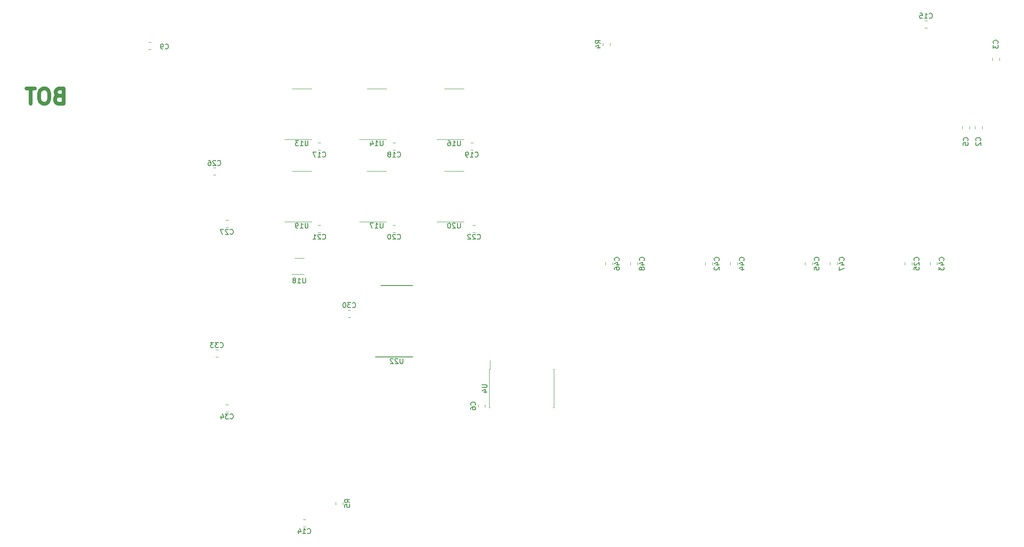
<source format=gbr>
G04 #@! TF.GenerationSoftware,KiCad,Pcbnew,(5.1.4)-1*
G04 #@! TF.CreationDate,2020-02-21T22:19:43+01:00*
G04 #@! TF.ProjectId,Project_GCM,50726f6a-6563-4745-9f47-434d2e6b6963,V4*
G04 #@! TF.SameCoordinates,PX40d9900PY1e84800*
G04 #@! TF.FileFunction,Legend,Bot*
G04 #@! TF.FilePolarity,Positive*
%FSLAX46Y46*%
G04 Gerber Fmt 4.6, Leading zero omitted, Abs format (unit mm)*
G04 Created by KiCad (PCBNEW (5.1.4)-1) date 2020-02-21 22:19:43*
%MOMM*%
%LPD*%
G04 APERTURE LIST*
%ADD10C,0.750000*%
%ADD11C,0.120000*%
%ADD12C,0.150000*%
G04 APERTURE END LIST*
D10*
X11750000Y-23285714D02*
X11321428Y-23428571D01*
X11178571Y-23571428D01*
X11035714Y-23857142D01*
X11035714Y-24285714D01*
X11178571Y-24571428D01*
X11321428Y-24714285D01*
X11607142Y-24857142D01*
X12750000Y-24857142D01*
X12750000Y-21857142D01*
X11750000Y-21857142D01*
X11464285Y-22000000D01*
X11321428Y-22142857D01*
X11178571Y-22428571D01*
X11178571Y-22714285D01*
X11321428Y-23000000D01*
X11464285Y-23142857D01*
X11750000Y-23285714D01*
X12750000Y-23285714D01*
X9178571Y-21857142D02*
X8607142Y-21857142D01*
X8321428Y-22000000D01*
X8035714Y-22285714D01*
X7892857Y-22857142D01*
X7892857Y-23857142D01*
X8035714Y-24428571D01*
X8321428Y-24714285D01*
X8607142Y-24857142D01*
X9178571Y-24857142D01*
X9464285Y-24714285D01*
X9750000Y-24428571D01*
X9892857Y-23857142D01*
X9892857Y-22857142D01*
X9750000Y-22285714D01*
X9464285Y-22000000D01*
X9178571Y-21857142D01*
X7035714Y-21857142D02*
X5321428Y-21857142D01*
X6178571Y-24857142D02*
X6178571Y-21857142D01*
D11*
X195290000Y-29491422D02*
X195290000Y-30008578D01*
X196710000Y-29491422D02*
X196710000Y-30008578D01*
X200210000Y-16258578D02*
X200210000Y-15741422D01*
X198790000Y-16258578D02*
X198790000Y-15741422D01*
X194210000Y-29491422D02*
X194210000Y-30008578D01*
X192790000Y-29491422D02*
X192790000Y-30008578D01*
X97210000Y-85241422D02*
X97210000Y-85758578D01*
X95790000Y-85241422D02*
X95790000Y-85758578D01*
X30288578Y-14070000D02*
X29771422Y-14070000D01*
X30288578Y-12650000D02*
X29771422Y-12650000D01*
X60741422Y-109710000D02*
X61258578Y-109710000D01*
X60741422Y-108290000D02*
X61258578Y-108290000D01*
X185758578Y-9710000D02*
X185241422Y-9710000D01*
X185758578Y-8290000D02*
X185241422Y-8290000D01*
X63741422Y-32790000D02*
X64258578Y-32790000D01*
X63741422Y-34210000D02*
X64258578Y-34210000D01*
X78741422Y-34210000D02*
X79258578Y-34210000D01*
X78741422Y-32790000D02*
X79258578Y-32790000D01*
X94303422Y-32790000D02*
X94820578Y-32790000D01*
X94303422Y-34210000D02*
X94820578Y-34210000D01*
X78741422Y-50710000D02*
X79258578Y-50710000D01*
X78741422Y-49290000D02*
X79258578Y-49290000D01*
X63741422Y-49290000D02*
X64258578Y-49290000D01*
X63741422Y-50710000D02*
X64258578Y-50710000D01*
X94741422Y-49290000D02*
X95258578Y-49290000D01*
X94741422Y-50710000D02*
X95258578Y-50710000D01*
X182710000Y-57258578D02*
X182710000Y-56741422D01*
X181290000Y-57258578D02*
X181290000Y-56741422D01*
X43258578Y-39210000D02*
X42741422Y-39210000D01*
X43258578Y-37790000D02*
X42741422Y-37790000D01*
X45241422Y-49710000D02*
X45758578Y-49710000D01*
X45241422Y-48290000D02*
X45758578Y-48290000D01*
X70258578Y-66290000D02*
X69741422Y-66290000D01*
X70258578Y-67710000D02*
X69741422Y-67710000D01*
X43758578Y-74290000D02*
X43241422Y-74290000D01*
X43758578Y-75710000D02*
X43241422Y-75710000D01*
X45241422Y-85290000D02*
X45758578Y-85290000D01*
X45241422Y-86710000D02*
X45758578Y-86710000D01*
X142710000Y-57258578D02*
X142710000Y-56741422D01*
X141290000Y-57258578D02*
X141290000Y-56741422D01*
X186290000Y-57258578D02*
X186290000Y-56741422D01*
X187710000Y-57258578D02*
X187710000Y-56741422D01*
X147710000Y-57258578D02*
X147710000Y-56741422D01*
X146290000Y-57258578D02*
X146290000Y-56741422D01*
X162710000Y-57258578D02*
X162710000Y-56741422D01*
X161290000Y-57258578D02*
X161290000Y-56741422D01*
X121290000Y-57258578D02*
X121290000Y-56741422D01*
X122710000Y-57258578D02*
X122710000Y-56741422D01*
X166290000Y-57258578D02*
X166290000Y-56741422D01*
X167710000Y-57258578D02*
X167710000Y-56741422D01*
X126290000Y-57258578D02*
X126290000Y-56741422D01*
X127710000Y-57258578D02*
X127710000Y-56741422D01*
X120790000Y-12741422D02*
X120790000Y-13258578D01*
X122210000Y-12741422D02*
X122210000Y-13258578D01*
X67290000Y-105320578D02*
X67290000Y-104803422D01*
X68710000Y-105320578D02*
X68710000Y-104803422D01*
X98225000Y-78140000D02*
X98225000Y-76325000D01*
X97990000Y-78140000D02*
X98225000Y-78140000D01*
X97990000Y-82000000D02*
X97990000Y-78140000D01*
X97990000Y-85860000D02*
X98225000Y-85860000D01*
X97990000Y-82000000D02*
X97990000Y-85860000D01*
X111010000Y-78140000D02*
X110775000Y-78140000D01*
X111010000Y-82000000D02*
X111010000Y-78140000D01*
X111010000Y-85860000D02*
X110775000Y-85860000D01*
X111010000Y-82000000D02*
X111010000Y-85860000D01*
X60500000Y-32060000D02*
X57050000Y-32060000D01*
X60500000Y-32060000D02*
X62450000Y-32060000D01*
X60500000Y-21940000D02*
X58550000Y-21940000D01*
X60500000Y-21940000D02*
X62450000Y-21940000D01*
X75500000Y-21940000D02*
X77450000Y-21940000D01*
X75500000Y-21940000D02*
X73550000Y-21940000D01*
X75500000Y-32060000D02*
X77450000Y-32060000D01*
X75500000Y-32060000D02*
X72050000Y-32060000D01*
X91000000Y-21940000D02*
X92950000Y-21940000D01*
X91000000Y-21940000D02*
X89050000Y-21940000D01*
X91000000Y-32060000D02*
X92950000Y-32060000D01*
X91000000Y-32060000D02*
X87550000Y-32060000D01*
X75500000Y-48560000D02*
X72050000Y-48560000D01*
X75500000Y-48560000D02*
X77450000Y-48560000D01*
X75500000Y-38440000D02*
X73550000Y-38440000D01*
X75500000Y-38440000D02*
X77450000Y-38440000D01*
X60900000Y-59110000D02*
X58450000Y-59110000D01*
X59100000Y-55890000D02*
X60900000Y-55890000D01*
X60500000Y-48560000D02*
X57050000Y-48560000D01*
X60500000Y-48560000D02*
X62450000Y-48560000D01*
X60500000Y-38440000D02*
X58550000Y-38440000D01*
X60500000Y-38440000D02*
X62450000Y-38440000D01*
X91000000Y-38440000D02*
X92950000Y-38440000D01*
X91000000Y-38440000D02*
X89050000Y-38440000D01*
X91000000Y-48560000D02*
X92950000Y-48560000D01*
X91000000Y-48560000D02*
X87550000Y-48560000D01*
D12*
X76325000Y-61375000D02*
X82675000Y-61375000D01*
X75250000Y-75700000D02*
X82675000Y-75700000D01*
X76325000Y-61375000D02*
X76325000Y-61382500D01*
X82675000Y-61375000D02*
X82675000Y-61382500D01*
X82675000Y-75625000D02*
X82675000Y-75617500D01*
X196357142Y-32333333D02*
X196404761Y-32285714D01*
X196452380Y-32142857D01*
X196452380Y-32047619D01*
X196404761Y-31904761D01*
X196309523Y-31809523D01*
X196214285Y-31761904D01*
X196023809Y-31714285D01*
X195880952Y-31714285D01*
X195690476Y-31761904D01*
X195595238Y-31809523D01*
X195500000Y-31904761D01*
X195452380Y-32047619D01*
X195452380Y-32142857D01*
X195500000Y-32285714D01*
X195547619Y-32333333D01*
X195547619Y-32714285D02*
X195500000Y-32761904D01*
X195452380Y-32857142D01*
X195452380Y-33095238D01*
X195500000Y-33190476D01*
X195547619Y-33238095D01*
X195642857Y-33285714D01*
X195738095Y-33285714D01*
X195880952Y-33238095D01*
X196452380Y-32666666D01*
X196452380Y-33285714D01*
X199857142Y-12833333D02*
X199904761Y-12785714D01*
X199952380Y-12642857D01*
X199952380Y-12547619D01*
X199904761Y-12404761D01*
X199809523Y-12309523D01*
X199714285Y-12261904D01*
X199523809Y-12214285D01*
X199380952Y-12214285D01*
X199190476Y-12261904D01*
X199095238Y-12309523D01*
X199000000Y-12404761D01*
X198952380Y-12547619D01*
X198952380Y-12642857D01*
X199000000Y-12785714D01*
X199047619Y-12833333D01*
X198952380Y-13166666D02*
X198952380Y-13785714D01*
X199333333Y-13452380D01*
X199333333Y-13595238D01*
X199380952Y-13690476D01*
X199428571Y-13738095D01*
X199523809Y-13785714D01*
X199761904Y-13785714D01*
X199857142Y-13738095D01*
X199904761Y-13690476D01*
X199952380Y-13595238D01*
X199952380Y-13309523D01*
X199904761Y-13214285D01*
X199857142Y-13166666D01*
X193857142Y-32333333D02*
X193904761Y-32285714D01*
X193952380Y-32142857D01*
X193952380Y-32047619D01*
X193904761Y-31904761D01*
X193809523Y-31809523D01*
X193714285Y-31761904D01*
X193523809Y-31714285D01*
X193380952Y-31714285D01*
X193190476Y-31761904D01*
X193095238Y-31809523D01*
X193000000Y-31904761D01*
X192952380Y-32047619D01*
X192952380Y-32142857D01*
X193000000Y-32285714D01*
X193047619Y-32333333D01*
X192952380Y-33238095D02*
X192952380Y-32761904D01*
X193428571Y-32714285D01*
X193380952Y-32761904D01*
X193333333Y-32857142D01*
X193333333Y-33095238D01*
X193380952Y-33190476D01*
X193428571Y-33238095D01*
X193523809Y-33285714D01*
X193761904Y-33285714D01*
X193857142Y-33238095D01*
X193904761Y-33190476D01*
X193952380Y-33095238D01*
X193952380Y-32857142D01*
X193904761Y-32761904D01*
X193857142Y-32714285D01*
X95207142Y-85333333D02*
X95254761Y-85285714D01*
X95302380Y-85142857D01*
X95302380Y-85047619D01*
X95254761Y-84904761D01*
X95159523Y-84809523D01*
X95064285Y-84761904D01*
X94873809Y-84714285D01*
X94730952Y-84714285D01*
X94540476Y-84761904D01*
X94445238Y-84809523D01*
X94350000Y-84904761D01*
X94302380Y-85047619D01*
X94302380Y-85142857D01*
X94350000Y-85285714D01*
X94397619Y-85333333D01*
X94302380Y-86190476D02*
X94302380Y-86000000D01*
X94350000Y-85904761D01*
X94397619Y-85857142D01*
X94540476Y-85761904D01*
X94730952Y-85714285D01*
X95111904Y-85714285D01*
X95207142Y-85761904D01*
X95254761Y-85809523D01*
X95302380Y-85904761D01*
X95302380Y-86095238D01*
X95254761Y-86190476D01*
X95207142Y-86238095D01*
X95111904Y-86285714D01*
X94873809Y-86285714D01*
X94778571Y-86238095D01*
X94730952Y-86190476D01*
X94683333Y-86095238D01*
X94683333Y-85904761D01*
X94730952Y-85809523D01*
X94778571Y-85761904D01*
X94873809Y-85714285D01*
X33166666Y-13857142D02*
X33214285Y-13904761D01*
X33357142Y-13952380D01*
X33452380Y-13952380D01*
X33595238Y-13904761D01*
X33690476Y-13809523D01*
X33738095Y-13714285D01*
X33785714Y-13523809D01*
X33785714Y-13380952D01*
X33738095Y-13190476D01*
X33690476Y-13095238D01*
X33595238Y-13000000D01*
X33452380Y-12952380D01*
X33357142Y-12952380D01*
X33214285Y-13000000D01*
X33166666Y-13047619D01*
X32690476Y-13952380D02*
X32500000Y-13952380D01*
X32404761Y-13904761D01*
X32357142Y-13857142D01*
X32261904Y-13714285D01*
X32214285Y-13523809D01*
X32214285Y-13142857D01*
X32261904Y-13047619D01*
X32309523Y-13000000D01*
X32404761Y-12952380D01*
X32595238Y-12952380D01*
X32690476Y-13000000D01*
X32738095Y-13047619D01*
X32785714Y-13142857D01*
X32785714Y-13380952D01*
X32738095Y-13476190D01*
X32690476Y-13523809D01*
X32595238Y-13571428D01*
X32404761Y-13571428D01*
X32309523Y-13523809D01*
X32261904Y-13476190D01*
X32214285Y-13380952D01*
X61642857Y-111007142D02*
X61690476Y-111054761D01*
X61833333Y-111102380D01*
X61928571Y-111102380D01*
X62071428Y-111054761D01*
X62166666Y-110959523D01*
X62214285Y-110864285D01*
X62261904Y-110673809D01*
X62261904Y-110530952D01*
X62214285Y-110340476D01*
X62166666Y-110245238D01*
X62071428Y-110150000D01*
X61928571Y-110102380D01*
X61833333Y-110102380D01*
X61690476Y-110150000D01*
X61642857Y-110197619D01*
X60690476Y-111102380D02*
X61261904Y-111102380D01*
X60976190Y-111102380D02*
X60976190Y-110102380D01*
X61071428Y-110245238D01*
X61166666Y-110340476D01*
X61261904Y-110388095D01*
X59833333Y-110435714D02*
X59833333Y-111102380D01*
X60071428Y-110054761D02*
X60309523Y-110769047D01*
X59690476Y-110769047D01*
X186142857Y-7707142D02*
X186190476Y-7754761D01*
X186333333Y-7802380D01*
X186428571Y-7802380D01*
X186571428Y-7754761D01*
X186666666Y-7659523D01*
X186714285Y-7564285D01*
X186761904Y-7373809D01*
X186761904Y-7230952D01*
X186714285Y-7040476D01*
X186666666Y-6945238D01*
X186571428Y-6850000D01*
X186428571Y-6802380D01*
X186333333Y-6802380D01*
X186190476Y-6850000D01*
X186142857Y-6897619D01*
X185190476Y-7802380D02*
X185761904Y-7802380D01*
X185476190Y-7802380D02*
X185476190Y-6802380D01*
X185571428Y-6945238D01*
X185666666Y-7040476D01*
X185761904Y-7088095D01*
X184285714Y-6802380D02*
X184761904Y-6802380D01*
X184809523Y-7278571D01*
X184761904Y-7230952D01*
X184666666Y-7183333D01*
X184428571Y-7183333D01*
X184333333Y-7230952D01*
X184285714Y-7278571D01*
X184238095Y-7373809D01*
X184238095Y-7611904D01*
X184285714Y-7707142D01*
X184333333Y-7754761D01*
X184428571Y-7802380D01*
X184666666Y-7802380D01*
X184761904Y-7754761D01*
X184809523Y-7707142D01*
X64642857Y-35507142D02*
X64690476Y-35554761D01*
X64833333Y-35602380D01*
X64928571Y-35602380D01*
X65071428Y-35554761D01*
X65166666Y-35459523D01*
X65214285Y-35364285D01*
X65261904Y-35173809D01*
X65261904Y-35030952D01*
X65214285Y-34840476D01*
X65166666Y-34745238D01*
X65071428Y-34650000D01*
X64928571Y-34602380D01*
X64833333Y-34602380D01*
X64690476Y-34650000D01*
X64642857Y-34697619D01*
X63690476Y-35602380D02*
X64261904Y-35602380D01*
X63976190Y-35602380D02*
X63976190Y-34602380D01*
X64071428Y-34745238D01*
X64166666Y-34840476D01*
X64261904Y-34888095D01*
X63357142Y-34602380D02*
X62690476Y-34602380D01*
X63119047Y-35602380D01*
X79642857Y-35507142D02*
X79690476Y-35554761D01*
X79833333Y-35602380D01*
X79928571Y-35602380D01*
X80071428Y-35554761D01*
X80166666Y-35459523D01*
X80214285Y-35364285D01*
X80261904Y-35173809D01*
X80261904Y-35030952D01*
X80214285Y-34840476D01*
X80166666Y-34745238D01*
X80071428Y-34650000D01*
X79928571Y-34602380D01*
X79833333Y-34602380D01*
X79690476Y-34650000D01*
X79642857Y-34697619D01*
X78690476Y-35602380D02*
X79261904Y-35602380D01*
X78976190Y-35602380D02*
X78976190Y-34602380D01*
X79071428Y-34745238D01*
X79166666Y-34840476D01*
X79261904Y-34888095D01*
X78119047Y-35030952D02*
X78214285Y-34983333D01*
X78261904Y-34935714D01*
X78309523Y-34840476D01*
X78309523Y-34792857D01*
X78261904Y-34697619D01*
X78214285Y-34650000D01*
X78119047Y-34602380D01*
X77928571Y-34602380D01*
X77833333Y-34650000D01*
X77785714Y-34697619D01*
X77738095Y-34792857D01*
X77738095Y-34840476D01*
X77785714Y-34935714D01*
X77833333Y-34983333D01*
X77928571Y-35030952D01*
X78119047Y-35030952D01*
X78214285Y-35078571D01*
X78261904Y-35126190D01*
X78309523Y-35221428D01*
X78309523Y-35411904D01*
X78261904Y-35507142D01*
X78214285Y-35554761D01*
X78119047Y-35602380D01*
X77928571Y-35602380D01*
X77833333Y-35554761D01*
X77785714Y-35507142D01*
X77738095Y-35411904D01*
X77738095Y-35221428D01*
X77785714Y-35126190D01*
X77833333Y-35078571D01*
X77928571Y-35030952D01*
X95204857Y-35507142D02*
X95252476Y-35554761D01*
X95395333Y-35602380D01*
X95490571Y-35602380D01*
X95633428Y-35554761D01*
X95728666Y-35459523D01*
X95776285Y-35364285D01*
X95823904Y-35173809D01*
X95823904Y-35030952D01*
X95776285Y-34840476D01*
X95728666Y-34745238D01*
X95633428Y-34650000D01*
X95490571Y-34602380D01*
X95395333Y-34602380D01*
X95252476Y-34650000D01*
X95204857Y-34697619D01*
X94252476Y-35602380D02*
X94823904Y-35602380D01*
X94538190Y-35602380D02*
X94538190Y-34602380D01*
X94633428Y-34745238D01*
X94728666Y-34840476D01*
X94823904Y-34888095D01*
X93776285Y-35602380D02*
X93585809Y-35602380D01*
X93490571Y-35554761D01*
X93442952Y-35507142D01*
X93347714Y-35364285D01*
X93300095Y-35173809D01*
X93300095Y-34792857D01*
X93347714Y-34697619D01*
X93395333Y-34650000D01*
X93490571Y-34602380D01*
X93681047Y-34602380D01*
X93776285Y-34650000D01*
X93823904Y-34697619D01*
X93871523Y-34792857D01*
X93871523Y-35030952D01*
X93823904Y-35126190D01*
X93776285Y-35173809D01*
X93681047Y-35221428D01*
X93490571Y-35221428D01*
X93395333Y-35173809D01*
X93347714Y-35126190D01*
X93300095Y-35030952D01*
X79642857Y-52007142D02*
X79690476Y-52054761D01*
X79833333Y-52102380D01*
X79928571Y-52102380D01*
X80071428Y-52054761D01*
X80166666Y-51959523D01*
X80214285Y-51864285D01*
X80261904Y-51673809D01*
X80261904Y-51530952D01*
X80214285Y-51340476D01*
X80166666Y-51245238D01*
X80071428Y-51150000D01*
X79928571Y-51102380D01*
X79833333Y-51102380D01*
X79690476Y-51150000D01*
X79642857Y-51197619D01*
X79261904Y-51197619D02*
X79214285Y-51150000D01*
X79119047Y-51102380D01*
X78880952Y-51102380D01*
X78785714Y-51150000D01*
X78738095Y-51197619D01*
X78690476Y-51292857D01*
X78690476Y-51388095D01*
X78738095Y-51530952D01*
X79309523Y-52102380D01*
X78690476Y-52102380D01*
X78071428Y-51102380D02*
X77976190Y-51102380D01*
X77880952Y-51150000D01*
X77833333Y-51197619D01*
X77785714Y-51292857D01*
X77738095Y-51483333D01*
X77738095Y-51721428D01*
X77785714Y-51911904D01*
X77833333Y-52007142D01*
X77880952Y-52054761D01*
X77976190Y-52102380D01*
X78071428Y-52102380D01*
X78166666Y-52054761D01*
X78214285Y-52007142D01*
X78261904Y-51911904D01*
X78309523Y-51721428D01*
X78309523Y-51483333D01*
X78261904Y-51292857D01*
X78214285Y-51197619D01*
X78166666Y-51150000D01*
X78071428Y-51102380D01*
X64642857Y-52007142D02*
X64690476Y-52054761D01*
X64833333Y-52102380D01*
X64928571Y-52102380D01*
X65071428Y-52054761D01*
X65166666Y-51959523D01*
X65214285Y-51864285D01*
X65261904Y-51673809D01*
X65261904Y-51530952D01*
X65214285Y-51340476D01*
X65166666Y-51245238D01*
X65071428Y-51150000D01*
X64928571Y-51102380D01*
X64833333Y-51102380D01*
X64690476Y-51150000D01*
X64642857Y-51197619D01*
X64261904Y-51197619D02*
X64214285Y-51150000D01*
X64119047Y-51102380D01*
X63880952Y-51102380D01*
X63785714Y-51150000D01*
X63738095Y-51197619D01*
X63690476Y-51292857D01*
X63690476Y-51388095D01*
X63738095Y-51530952D01*
X64309523Y-52102380D01*
X63690476Y-52102380D01*
X62738095Y-52102380D02*
X63309523Y-52102380D01*
X63023809Y-52102380D02*
X63023809Y-51102380D01*
X63119047Y-51245238D01*
X63214285Y-51340476D01*
X63309523Y-51388095D01*
X95642857Y-52007142D02*
X95690476Y-52054761D01*
X95833333Y-52102380D01*
X95928571Y-52102380D01*
X96071428Y-52054761D01*
X96166666Y-51959523D01*
X96214285Y-51864285D01*
X96261904Y-51673809D01*
X96261904Y-51530952D01*
X96214285Y-51340476D01*
X96166666Y-51245238D01*
X96071428Y-51150000D01*
X95928571Y-51102380D01*
X95833333Y-51102380D01*
X95690476Y-51150000D01*
X95642857Y-51197619D01*
X95261904Y-51197619D02*
X95214285Y-51150000D01*
X95119047Y-51102380D01*
X94880952Y-51102380D01*
X94785714Y-51150000D01*
X94738095Y-51197619D01*
X94690476Y-51292857D01*
X94690476Y-51388095D01*
X94738095Y-51530952D01*
X95309523Y-52102380D01*
X94690476Y-52102380D01*
X94309523Y-51197619D02*
X94261904Y-51150000D01*
X94166666Y-51102380D01*
X93928571Y-51102380D01*
X93833333Y-51150000D01*
X93785714Y-51197619D01*
X93738095Y-51292857D01*
X93738095Y-51388095D01*
X93785714Y-51530952D01*
X94357142Y-52102380D01*
X93738095Y-52102380D01*
X184007142Y-56357142D02*
X184054761Y-56309523D01*
X184102380Y-56166666D01*
X184102380Y-56071428D01*
X184054761Y-55928571D01*
X183959523Y-55833333D01*
X183864285Y-55785714D01*
X183673809Y-55738095D01*
X183530952Y-55738095D01*
X183340476Y-55785714D01*
X183245238Y-55833333D01*
X183150000Y-55928571D01*
X183102380Y-56071428D01*
X183102380Y-56166666D01*
X183150000Y-56309523D01*
X183197619Y-56357142D01*
X183197619Y-56738095D02*
X183150000Y-56785714D01*
X183102380Y-56880952D01*
X183102380Y-57119047D01*
X183150000Y-57214285D01*
X183197619Y-57261904D01*
X183292857Y-57309523D01*
X183388095Y-57309523D01*
X183530952Y-57261904D01*
X184102380Y-56690476D01*
X184102380Y-57309523D01*
X183102380Y-58214285D02*
X183102380Y-57738095D01*
X183578571Y-57690476D01*
X183530952Y-57738095D01*
X183483333Y-57833333D01*
X183483333Y-58071428D01*
X183530952Y-58166666D01*
X183578571Y-58214285D01*
X183673809Y-58261904D01*
X183911904Y-58261904D01*
X184007142Y-58214285D01*
X184054761Y-58166666D01*
X184102380Y-58071428D01*
X184102380Y-57833333D01*
X184054761Y-57738095D01*
X184007142Y-57690476D01*
X43642857Y-37207142D02*
X43690476Y-37254761D01*
X43833333Y-37302380D01*
X43928571Y-37302380D01*
X44071428Y-37254761D01*
X44166666Y-37159523D01*
X44214285Y-37064285D01*
X44261904Y-36873809D01*
X44261904Y-36730952D01*
X44214285Y-36540476D01*
X44166666Y-36445238D01*
X44071428Y-36350000D01*
X43928571Y-36302380D01*
X43833333Y-36302380D01*
X43690476Y-36350000D01*
X43642857Y-36397619D01*
X43261904Y-36397619D02*
X43214285Y-36350000D01*
X43119047Y-36302380D01*
X42880952Y-36302380D01*
X42785714Y-36350000D01*
X42738095Y-36397619D01*
X42690476Y-36492857D01*
X42690476Y-36588095D01*
X42738095Y-36730952D01*
X43309523Y-37302380D01*
X42690476Y-37302380D01*
X41833333Y-36302380D02*
X42023809Y-36302380D01*
X42119047Y-36350000D01*
X42166666Y-36397619D01*
X42261904Y-36540476D01*
X42309523Y-36730952D01*
X42309523Y-37111904D01*
X42261904Y-37207142D01*
X42214285Y-37254761D01*
X42119047Y-37302380D01*
X41928571Y-37302380D01*
X41833333Y-37254761D01*
X41785714Y-37207142D01*
X41738095Y-37111904D01*
X41738095Y-36873809D01*
X41785714Y-36778571D01*
X41833333Y-36730952D01*
X41928571Y-36683333D01*
X42119047Y-36683333D01*
X42214285Y-36730952D01*
X42261904Y-36778571D01*
X42309523Y-36873809D01*
X46142857Y-51007142D02*
X46190476Y-51054761D01*
X46333333Y-51102380D01*
X46428571Y-51102380D01*
X46571428Y-51054761D01*
X46666666Y-50959523D01*
X46714285Y-50864285D01*
X46761904Y-50673809D01*
X46761904Y-50530952D01*
X46714285Y-50340476D01*
X46666666Y-50245238D01*
X46571428Y-50150000D01*
X46428571Y-50102380D01*
X46333333Y-50102380D01*
X46190476Y-50150000D01*
X46142857Y-50197619D01*
X45761904Y-50197619D02*
X45714285Y-50150000D01*
X45619047Y-50102380D01*
X45380952Y-50102380D01*
X45285714Y-50150000D01*
X45238095Y-50197619D01*
X45190476Y-50292857D01*
X45190476Y-50388095D01*
X45238095Y-50530952D01*
X45809523Y-51102380D01*
X45190476Y-51102380D01*
X44857142Y-50102380D02*
X44190476Y-50102380D01*
X44619047Y-51102380D01*
X70642857Y-65707142D02*
X70690476Y-65754761D01*
X70833333Y-65802380D01*
X70928571Y-65802380D01*
X71071428Y-65754761D01*
X71166666Y-65659523D01*
X71214285Y-65564285D01*
X71261904Y-65373809D01*
X71261904Y-65230952D01*
X71214285Y-65040476D01*
X71166666Y-64945238D01*
X71071428Y-64850000D01*
X70928571Y-64802380D01*
X70833333Y-64802380D01*
X70690476Y-64850000D01*
X70642857Y-64897619D01*
X70309523Y-64802380D02*
X69690476Y-64802380D01*
X70023809Y-65183333D01*
X69880952Y-65183333D01*
X69785714Y-65230952D01*
X69738095Y-65278571D01*
X69690476Y-65373809D01*
X69690476Y-65611904D01*
X69738095Y-65707142D01*
X69785714Y-65754761D01*
X69880952Y-65802380D01*
X70166666Y-65802380D01*
X70261904Y-65754761D01*
X70309523Y-65707142D01*
X69071428Y-64802380D02*
X68976190Y-64802380D01*
X68880952Y-64850000D01*
X68833333Y-64897619D01*
X68785714Y-64992857D01*
X68738095Y-65183333D01*
X68738095Y-65421428D01*
X68785714Y-65611904D01*
X68833333Y-65707142D01*
X68880952Y-65754761D01*
X68976190Y-65802380D01*
X69071428Y-65802380D01*
X69166666Y-65754761D01*
X69214285Y-65707142D01*
X69261904Y-65611904D01*
X69309523Y-65421428D01*
X69309523Y-65183333D01*
X69261904Y-64992857D01*
X69214285Y-64897619D01*
X69166666Y-64850000D01*
X69071428Y-64802380D01*
X44142857Y-73707142D02*
X44190476Y-73754761D01*
X44333333Y-73802380D01*
X44428571Y-73802380D01*
X44571428Y-73754761D01*
X44666666Y-73659523D01*
X44714285Y-73564285D01*
X44761904Y-73373809D01*
X44761904Y-73230952D01*
X44714285Y-73040476D01*
X44666666Y-72945238D01*
X44571428Y-72850000D01*
X44428571Y-72802380D01*
X44333333Y-72802380D01*
X44190476Y-72850000D01*
X44142857Y-72897619D01*
X43809523Y-72802380D02*
X43190476Y-72802380D01*
X43523809Y-73183333D01*
X43380952Y-73183333D01*
X43285714Y-73230952D01*
X43238095Y-73278571D01*
X43190476Y-73373809D01*
X43190476Y-73611904D01*
X43238095Y-73707142D01*
X43285714Y-73754761D01*
X43380952Y-73802380D01*
X43666666Y-73802380D01*
X43761904Y-73754761D01*
X43809523Y-73707142D01*
X42857142Y-72802380D02*
X42238095Y-72802380D01*
X42571428Y-73183333D01*
X42428571Y-73183333D01*
X42333333Y-73230952D01*
X42285714Y-73278571D01*
X42238095Y-73373809D01*
X42238095Y-73611904D01*
X42285714Y-73707142D01*
X42333333Y-73754761D01*
X42428571Y-73802380D01*
X42714285Y-73802380D01*
X42809523Y-73754761D01*
X42857142Y-73707142D01*
X46142857Y-88007142D02*
X46190476Y-88054761D01*
X46333333Y-88102380D01*
X46428571Y-88102380D01*
X46571428Y-88054761D01*
X46666666Y-87959523D01*
X46714285Y-87864285D01*
X46761904Y-87673809D01*
X46761904Y-87530952D01*
X46714285Y-87340476D01*
X46666666Y-87245238D01*
X46571428Y-87150000D01*
X46428571Y-87102380D01*
X46333333Y-87102380D01*
X46190476Y-87150000D01*
X46142857Y-87197619D01*
X45809523Y-87102380D02*
X45190476Y-87102380D01*
X45523809Y-87483333D01*
X45380952Y-87483333D01*
X45285714Y-87530952D01*
X45238095Y-87578571D01*
X45190476Y-87673809D01*
X45190476Y-87911904D01*
X45238095Y-88007142D01*
X45285714Y-88054761D01*
X45380952Y-88102380D01*
X45666666Y-88102380D01*
X45761904Y-88054761D01*
X45809523Y-88007142D01*
X44333333Y-87435714D02*
X44333333Y-88102380D01*
X44571428Y-87054761D02*
X44809523Y-87769047D01*
X44190476Y-87769047D01*
X144007142Y-56357142D02*
X144054761Y-56309523D01*
X144102380Y-56166666D01*
X144102380Y-56071428D01*
X144054761Y-55928571D01*
X143959523Y-55833333D01*
X143864285Y-55785714D01*
X143673809Y-55738095D01*
X143530952Y-55738095D01*
X143340476Y-55785714D01*
X143245238Y-55833333D01*
X143150000Y-55928571D01*
X143102380Y-56071428D01*
X143102380Y-56166666D01*
X143150000Y-56309523D01*
X143197619Y-56357142D01*
X143435714Y-57214285D02*
X144102380Y-57214285D01*
X143054761Y-56976190D02*
X143769047Y-56738095D01*
X143769047Y-57357142D01*
X143197619Y-57690476D02*
X143150000Y-57738095D01*
X143102380Y-57833333D01*
X143102380Y-58071428D01*
X143150000Y-58166666D01*
X143197619Y-58214285D01*
X143292857Y-58261904D01*
X143388095Y-58261904D01*
X143530952Y-58214285D01*
X144102380Y-57642857D01*
X144102380Y-58261904D01*
X189007142Y-56357142D02*
X189054761Y-56309523D01*
X189102380Y-56166666D01*
X189102380Y-56071428D01*
X189054761Y-55928571D01*
X188959523Y-55833333D01*
X188864285Y-55785714D01*
X188673809Y-55738095D01*
X188530952Y-55738095D01*
X188340476Y-55785714D01*
X188245238Y-55833333D01*
X188150000Y-55928571D01*
X188102380Y-56071428D01*
X188102380Y-56166666D01*
X188150000Y-56309523D01*
X188197619Y-56357142D01*
X188435714Y-57214285D02*
X189102380Y-57214285D01*
X188054761Y-56976190D02*
X188769047Y-56738095D01*
X188769047Y-57357142D01*
X188102380Y-57642857D02*
X188102380Y-58261904D01*
X188483333Y-57928571D01*
X188483333Y-58071428D01*
X188530952Y-58166666D01*
X188578571Y-58214285D01*
X188673809Y-58261904D01*
X188911904Y-58261904D01*
X189007142Y-58214285D01*
X189054761Y-58166666D01*
X189102380Y-58071428D01*
X189102380Y-57785714D01*
X189054761Y-57690476D01*
X189007142Y-57642857D01*
X149007142Y-56357142D02*
X149054761Y-56309523D01*
X149102380Y-56166666D01*
X149102380Y-56071428D01*
X149054761Y-55928571D01*
X148959523Y-55833333D01*
X148864285Y-55785714D01*
X148673809Y-55738095D01*
X148530952Y-55738095D01*
X148340476Y-55785714D01*
X148245238Y-55833333D01*
X148150000Y-55928571D01*
X148102380Y-56071428D01*
X148102380Y-56166666D01*
X148150000Y-56309523D01*
X148197619Y-56357142D01*
X148435714Y-57214285D02*
X149102380Y-57214285D01*
X148054761Y-56976190D02*
X148769047Y-56738095D01*
X148769047Y-57357142D01*
X148435714Y-58166666D02*
X149102380Y-58166666D01*
X148054761Y-57928571D02*
X148769047Y-57690476D01*
X148769047Y-58309523D01*
X164007142Y-56357142D02*
X164054761Y-56309523D01*
X164102380Y-56166666D01*
X164102380Y-56071428D01*
X164054761Y-55928571D01*
X163959523Y-55833333D01*
X163864285Y-55785714D01*
X163673809Y-55738095D01*
X163530952Y-55738095D01*
X163340476Y-55785714D01*
X163245238Y-55833333D01*
X163150000Y-55928571D01*
X163102380Y-56071428D01*
X163102380Y-56166666D01*
X163150000Y-56309523D01*
X163197619Y-56357142D01*
X163435714Y-57214285D02*
X164102380Y-57214285D01*
X163054761Y-56976190D02*
X163769047Y-56738095D01*
X163769047Y-57357142D01*
X163102380Y-58214285D02*
X163102380Y-57738095D01*
X163578571Y-57690476D01*
X163530952Y-57738095D01*
X163483333Y-57833333D01*
X163483333Y-58071428D01*
X163530952Y-58166666D01*
X163578571Y-58214285D01*
X163673809Y-58261904D01*
X163911904Y-58261904D01*
X164007142Y-58214285D01*
X164054761Y-58166666D01*
X164102380Y-58071428D01*
X164102380Y-57833333D01*
X164054761Y-57738095D01*
X164007142Y-57690476D01*
X124007142Y-56357142D02*
X124054761Y-56309523D01*
X124102380Y-56166666D01*
X124102380Y-56071428D01*
X124054761Y-55928571D01*
X123959523Y-55833333D01*
X123864285Y-55785714D01*
X123673809Y-55738095D01*
X123530952Y-55738095D01*
X123340476Y-55785714D01*
X123245238Y-55833333D01*
X123150000Y-55928571D01*
X123102380Y-56071428D01*
X123102380Y-56166666D01*
X123150000Y-56309523D01*
X123197619Y-56357142D01*
X123435714Y-57214285D02*
X124102380Y-57214285D01*
X123054761Y-56976190D02*
X123769047Y-56738095D01*
X123769047Y-57357142D01*
X123102380Y-58166666D02*
X123102380Y-57976190D01*
X123150000Y-57880952D01*
X123197619Y-57833333D01*
X123340476Y-57738095D01*
X123530952Y-57690476D01*
X123911904Y-57690476D01*
X124007142Y-57738095D01*
X124054761Y-57785714D01*
X124102380Y-57880952D01*
X124102380Y-58071428D01*
X124054761Y-58166666D01*
X124007142Y-58214285D01*
X123911904Y-58261904D01*
X123673809Y-58261904D01*
X123578571Y-58214285D01*
X123530952Y-58166666D01*
X123483333Y-58071428D01*
X123483333Y-57880952D01*
X123530952Y-57785714D01*
X123578571Y-57738095D01*
X123673809Y-57690476D01*
X169007142Y-56357142D02*
X169054761Y-56309523D01*
X169102380Y-56166666D01*
X169102380Y-56071428D01*
X169054761Y-55928571D01*
X168959523Y-55833333D01*
X168864285Y-55785714D01*
X168673809Y-55738095D01*
X168530952Y-55738095D01*
X168340476Y-55785714D01*
X168245238Y-55833333D01*
X168150000Y-55928571D01*
X168102380Y-56071428D01*
X168102380Y-56166666D01*
X168150000Y-56309523D01*
X168197619Y-56357142D01*
X168435714Y-57214285D02*
X169102380Y-57214285D01*
X168054761Y-56976190D02*
X168769047Y-56738095D01*
X168769047Y-57357142D01*
X168102380Y-57642857D02*
X168102380Y-58309523D01*
X169102380Y-57880952D01*
X129007142Y-56357142D02*
X129054761Y-56309523D01*
X129102380Y-56166666D01*
X129102380Y-56071428D01*
X129054761Y-55928571D01*
X128959523Y-55833333D01*
X128864285Y-55785714D01*
X128673809Y-55738095D01*
X128530952Y-55738095D01*
X128340476Y-55785714D01*
X128245238Y-55833333D01*
X128150000Y-55928571D01*
X128102380Y-56071428D01*
X128102380Y-56166666D01*
X128150000Y-56309523D01*
X128197619Y-56357142D01*
X128435714Y-57214285D02*
X129102380Y-57214285D01*
X128054761Y-56976190D02*
X128769047Y-56738095D01*
X128769047Y-57357142D01*
X128530952Y-57880952D02*
X128483333Y-57785714D01*
X128435714Y-57738095D01*
X128340476Y-57690476D01*
X128292857Y-57690476D01*
X128197619Y-57738095D01*
X128150000Y-57785714D01*
X128102380Y-57880952D01*
X128102380Y-58071428D01*
X128150000Y-58166666D01*
X128197619Y-58214285D01*
X128292857Y-58261904D01*
X128340476Y-58261904D01*
X128435714Y-58214285D01*
X128483333Y-58166666D01*
X128530952Y-58071428D01*
X128530952Y-57880952D01*
X128578571Y-57785714D01*
X128626190Y-57738095D01*
X128721428Y-57690476D01*
X128911904Y-57690476D01*
X129007142Y-57738095D01*
X129054761Y-57785714D01*
X129102380Y-57880952D01*
X129102380Y-58071428D01*
X129054761Y-58166666D01*
X129007142Y-58214285D01*
X128911904Y-58261904D01*
X128721428Y-58261904D01*
X128626190Y-58214285D01*
X128578571Y-58166666D01*
X128530952Y-58071428D01*
X120302380Y-12833333D02*
X119826190Y-12500000D01*
X120302380Y-12261904D02*
X119302380Y-12261904D01*
X119302380Y-12642857D01*
X119350000Y-12738095D01*
X119397619Y-12785714D01*
X119492857Y-12833333D01*
X119635714Y-12833333D01*
X119730952Y-12785714D01*
X119778571Y-12738095D01*
X119826190Y-12642857D01*
X119826190Y-12261904D01*
X119635714Y-13690476D02*
X120302380Y-13690476D01*
X119254761Y-13452380D02*
X119969047Y-13214285D01*
X119969047Y-13833333D01*
X70102380Y-104895333D02*
X69626190Y-104562000D01*
X70102380Y-104323904D02*
X69102380Y-104323904D01*
X69102380Y-104704857D01*
X69150000Y-104800095D01*
X69197619Y-104847714D01*
X69292857Y-104895333D01*
X69435714Y-104895333D01*
X69530952Y-104847714D01*
X69578571Y-104800095D01*
X69626190Y-104704857D01*
X69626190Y-104323904D01*
X69102380Y-105800095D02*
X69102380Y-105323904D01*
X69578571Y-105276285D01*
X69530952Y-105323904D01*
X69483333Y-105419142D01*
X69483333Y-105657238D01*
X69530952Y-105752476D01*
X69578571Y-105800095D01*
X69673809Y-105847714D01*
X69911904Y-105847714D01*
X70007142Y-105800095D01*
X70054761Y-105752476D01*
X70102380Y-105657238D01*
X70102380Y-105419142D01*
X70054761Y-105323904D01*
X70007142Y-105276285D01*
X96602380Y-81238095D02*
X97411904Y-81238095D01*
X97507142Y-81285714D01*
X97554761Y-81333333D01*
X97602380Y-81428571D01*
X97602380Y-81619047D01*
X97554761Y-81714285D01*
X97507142Y-81761904D01*
X97411904Y-81809523D01*
X96602380Y-81809523D01*
X96935714Y-82714285D02*
X97602380Y-82714285D01*
X96554761Y-82476190D02*
X97269047Y-82238095D01*
X97269047Y-82857142D01*
X61738095Y-32352380D02*
X61738095Y-33161904D01*
X61690476Y-33257142D01*
X61642857Y-33304761D01*
X61547619Y-33352380D01*
X61357142Y-33352380D01*
X61261904Y-33304761D01*
X61214285Y-33257142D01*
X61166666Y-33161904D01*
X61166666Y-32352380D01*
X60166666Y-33352380D02*
X60738095Y-33352380D01*
X60452380Y-33352380D02*
X60452380Y-32352380D01*
X60547619Y-32495238D01*
X60642857Y-32590476D01*
X60738095Y-32638095D01*
X59833333Y-32352380D02*
X59214285Y-32352380D01*
X59547619Y-32733333D01*
X59404761Y-32733333D01*
X59309523Y-32780952D01*
X59261904Y-32828571D01*
X59214285Y-32923809D01*
X59214285Y-33161904D01*
X59261904Y-33257142D01*
X59309523Y-33304761D01*
X59404761Y-33352380D01*
X59690476Y-33352380D01*
X59785714Y-33304761D01*
X59833333Y-33257142D01*
X76738095Y-32352380D02*
X76738095Y-33161904D01*
X76690476Y-33257142D01*
X76642857Y-33304761D01*
X76547619Y-33352380D01*
X76357142Y-33352380D01*
X76261904Y-33304761D01*
X76214285Y-33257142D01*
X76166666Y-33161904D01*
X76166666Y-32352380D01*
X75166666Y-33352380D02*
X75738095Y-33352380D01*
X75452380Y-33352380D02*
X75452380Y-32352380D01*
X75547619Y-32495238D01*
X75642857Y-32590476D01*
X75738095Y-32638095D01*
X74309523Y-32685714D02*
X74309523Y-33352380D01*
X74547619Y-32304761D02*
X74785714Y-33019047D01*
X74166666Y-33019047D01*
X92238095Y-32352380D02*
X92238095Y-33161904D01*
X92190476Y-33257142D01*
X92142857Y-33304761D01*
X92047619Y-33352380D01*
X91857142Y-33352380D01*
X91761904Y-33304761D01*
X91714285Y-33257142D01*
X91666666Y-33161904D01*
X91666666Y-32352380D01*
X90666666Y-33352380D02*
X91238095Y-33352380D01*
X90952380Y-33352380D02*
X90952380Y-32352380D01*
X91047619Y-32495238D01*
X91142857Y-32590476D01*
X91238095Y-32638095D01*
X89809523Y-32352380D02*
X90000000Y-32352380D01*
X90095238Y-32400000D01*
X90142857Y-32447619D01*
X90238095Y-32590476D01*
X90285714Y-32780952D01*
X90285714Y-33161904D01*
X90238095Y-33257142D01*
X90190476Y-33304761D01*
X90095238Y-33352380D01*
X89904761Y-33352380D01*
X89809523Y-33304761D01*
X89761904Y-33257142D01*
X89714285Y-33161904D01*
X89714285Y-32923809D01*
X89761904Y-32828571D01*
X89809523Y-32780952D01*
X89904761Y-32733333D01*
X90095238Y-32733333D01*
X90190476Y-32780952D01*
X90238095Y-32828571D01*
X90285714Y-32923809D01*
X76738095Y-48852380D02*
X76738095Y-49661904D01*
X76690476Y-49757142D01*
X76642857Y-49804761D01*
X76547619Y-49852380D01*
X76357142Y-49852380D01*
X76261904Y-49804761D01*
X76214285Y-49757142D01*
X76166666Y-49661904D01*
X76166666Y-48852380D01*
X75166666Y-49852380D02*
X75738095Y-49852380D01*
X75452380Y-49852380D02*
X75452380Y-48852380D01*
X75547619Y-48995238D01*
X75642857Y-49090476D01*
X75738095Y-49138095D01*
X74833333Y-48852380D02*
X74166666Y-48852380D01*
X74595238Y-49852380D01*
X61238095Y-59852380D02*
X61238095Y-60661904D01*
X61190476Y-60757142D01*
X61142857Y-60804761D01*
X61047619Y-60852380D01*
X60857142Y-60852380D01*
X60761904Y-60804761D01*
X60714285Y-60757142D01*
X60666666Y-60661904D01*
X60666666Y-59852380D01*
X59666666Y-60852380D02*
X60238095Y-60852380D01*
X59952380Y-60852380D02*
X59952380Y-59852380D01*
X60047619Y-59995238D01*
X60142857Y-60090476D01*
X60238095Y-60138095D01*
X59095238Y-60280952D02*
X59190476Y-60233333D01*
X59238095Y-60185714D01*
X59285714Y-60090476D01*
X59285714Y-60042857D01*
X59238095Y-59947619D01*
X59190476Y-59900000D01*
X59095238Y-59852380D01*
X58904761Y-59852380D01*
X58809523Y-59900000D01*
X58761904Y-59947619D01*
X58714285Y-60042857D01*
X58714285Y-60090476D01*
X58761904Y-60185714D01*
X58809523Y-60233333D01*
X58904761Y-60280952D01*
X59095238Y-60280952D01*
X59190476Y-60328571D01*
X59238095Y-60376190D01*
X59285714Y-60471428D01*
X59285714Y-60661904D01*
X59238095Y-60757142D01*
X59190476Y-60804761D01*
X59095238Y-60852380D01*
X58904761Y-60852380D01*
X58809523Y-60804761D01*
X58761904Y-60757142D01*
X58714285Y-60661904D01*
X58714285Y-60471428D01*
X58761904Y-60376190D01*
X58809523Y-60328571D01*
X58904761Y-60280952D01*
X61738095Y-48852380D02*
X61738095Y-49661904D01*
X61690476Y-49757142D01*
X61642857Y-49804761D01*
X61547619Y-49852380D01*
X61357142Y-49852380D01*
X61261904Y-49804761D01*
X61214285Y-49757142D01*
X61166666Y-49661904D01*
X61166666Y-48852380D01*
X60166666Y-49852380D02*
X60738095Y-49852380D01*
X60452380Y-49852380D02*
X60452380Y-48852380D01*
X60547619Y-48995238D01*
X60642857Y-49090476D01*
X60738095Y-49138095D01*
X59690476Y-49852380D02*
X59500000Y-49852380D01*
X59404761Y-49804761D01*
X59357142Y-49757142D01*
X59261904Y-49614285D01*
X59214285Y-49423809D01*
X59214285Y-49042857D01*
X59261904Y-48947619D01*
X59309523Y-48900000D01*
X59404761Y-48852380D01*
X59595238Y-48852380D01*
X59690476Y-48900000D01*
X59738095Y-48947619D01*
X59785714Y-49042857D01*
X59785714Y-49280952D01*
X59738095Y-49376190D01*
X59690476Y-49423809D01*
X59595238Y-49471428D01*
X59404761Y-49471428D01*
X59309523Y-49423809D01*
X59261904Y-49376190D01*
X59214285Y-49280952D01*
X92238095Y-48852380D02*
X92238095Y-49661904D01*
X92190476Y-49757142D01*
X92142857Y-49804761D01*
X92047619Y-49852380D01*
X91857142Y-49852380D01*
X91761904Y-49804761D01*
X91714285Y-49757142D01*
X91666666Y-49661904D01*
X91666666Y-48852380D01*
X91238095Y-48947619D02*
X91190476Y-48900000D01*
X91095238Y-48852380D01*
X90857142Y-48852380D01*
X90761904Y-48900000D01*
X90714285Y-48947619D01*
X90666666Y-49042857D01*
X90666666Y-49138095D01*
X90714285Y-49280952D01*
X91285714Y-49852380D01*
X90666666Y-49852380D01*
X90047619Y-48852380D02*
X89952380Y-48852380D01*
X89857142Y-48900000D01*
X89809523Y-48947619D01*
X89761904Y-49042857D01*
X89714285Y-49233333D01*
X89714285Y-49471428D01*
X89761904Y-49661904D01*
X89809523Y-49757142D01*
X89857142Y-49804761D01*
X89952380Y-49852380D01*
X90047619Y-49852380D01*
X90142857Y-49804761D01*
X90190476Y-49757142D01*
X90238095Y-49661904D01*
X90285714Y-49471428D01*
X90285714Y-49233333D01*
X90238095Y-49042857D01*
X90190476Y-48947619D01*
X90142857Y-48900000D01*
X90047619Y-48852380D01*
X80738095Y-76002380D02*
X80738095Y-76811904D01*
X80690476Y-76907142D01*
X80642857Y-76954761D01*
X80547619Y-77002380D01*
X80357142Y-77002380D01*
X80261904Y-76954761D01*
X80214285Y-76907142D01*
X80166666Y-76811904D01*
X80166666Y-76002380D01*
X79738095Y-76097619D02*
X79690476Y-76050000D01*
X79595238Y-76002380D01*
X79357142Y-76002380D01*
X79261904Y-76050000D01*
X79214285Y-76097619D01*
X79166666Y-76192857D01*
X79166666Y-76288095D01*
X79214285Y-76430952D01*
X79785714Y-77002380D01*
X79166666Y-77002380D01*
X78785714Y-76097619D02*
X78738095Y-76050000D01*
X78642857Y-76002380D01*
X78404761Y-76002380D01*
X78309523Y-76050000D01*
X78261904Y-76097619D01*
X78214285Y-76192857D01*
X78214285Y-76288095D01*
X78261904Y-76430952D01*
X78833333Y-77002380D01*
X78214285Y-77002380D01*
M02*

</source>
